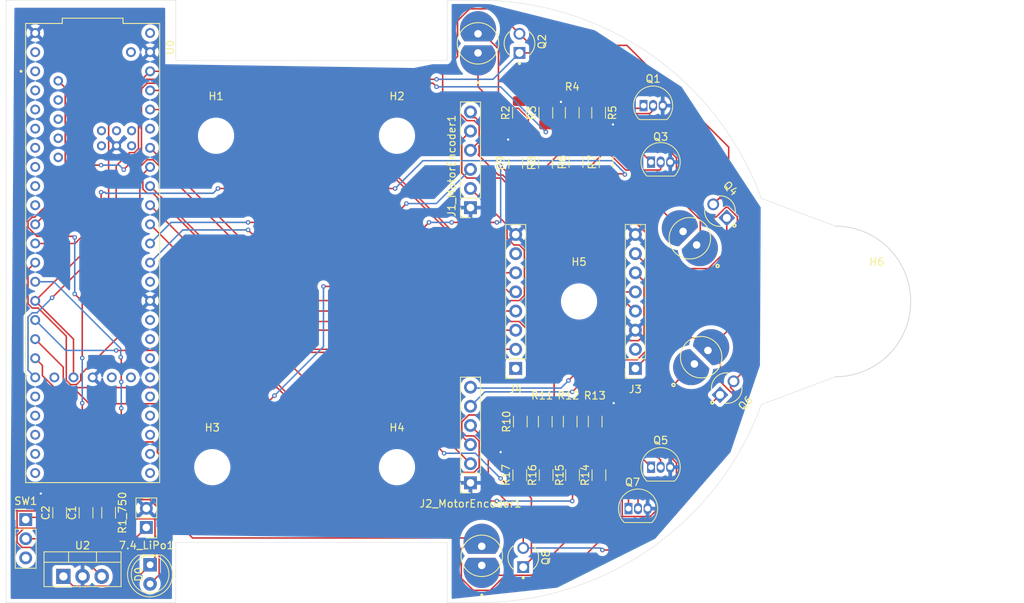
<source format=kicad_pcb>
(kicad_pcb (version 20241229) (generator "pcbnew") (generator_version "9.0")
  (layers (0 "F.Cu" signal) (2 "B.Cu" signal) (13 "F.Paste" user) (15 "B.Paste" user) (5 "F.SilkS" user "F.Silkscreen") (7 "B.SilkS" user "B.Silkscreen") (1 "F.Mask" user) (3 "B.Mask" user) (25 "Edge.Cuts" user))
  (net 0 "")
  (net 1 "GND")
  (net 2 "5V")
  (net 3 "Net-(D0-A)")
  (net 4 "Net-(D1-PadC)")
  (net 5 "Net-(D2-PadC)")
  (net 6 "Net-(D3-PadC)")
  (net 7 "Net-(D4-PadC)")
  (net 8 "Signal M1_B")
  (net 9 "M1_B")
  (net 10 "3.3V")
  (net 11 "M1_A")
  (net 12 "Signal M1_A")
  (net 13 "M2_A")
  (net 14 "Signal M2_A")
  (net 15 "M2_B")
  (net 16 "Signal M2_B")
  (net 18 "PWM M1_A")
  (net 20 "PWM M2_A")
  (net 22 "STBY")
  (net 23 "PWM M1_B")
  (net 24 "PWM M2_B")
  (net 25 "Net-(Q1-G)")
  (net 26 "Net-(Q1-D)")
  (net 27 "Receiver 1")
  (net 28 "Net-(Q3-D)")
  (net 29 "Net-(Q3-G)")
  (net 30 "Receiver 2")
  (net 31 "Net-(Q5-G)")
  (net 32 "Net-(Q5-D)")
  (net 33 "Receiver 3")
  (net 34 "Net-(Q7-G)")
  (net 35 "Net-(Q7-D)")
  (net 36 "Receiver 4")
  (net 37 "Net-(SW1-A)")
  (net 38 "Emitter 1")
  (net 39 "Emitter 2")
  (net 40 "Emitter 3")
  (net 41 "Emitter 4")
  (net 82 "Net-(7.4_LiPo1-+)")
  (net 83 "7.4V")
  (footprint "MountingHole:MountingHole_4.3mm_M4" (layer "F.Cu") (at 130.5 55)
    (property "Reference" "H6")
    (property "Value" "MountingHole")
  )
  (footprint "Resistor_SMD:R_1206_3216Metric_Pad1.30x1.75mm_HandSolder" (layer "F.Cu") (at 82.6 36.6 90)
    (property "Reference" "R9")
    (property "Value" "R_US")
  )
  (footprint "Connector_PinSocket_2.54mm:PinSocket_1x06_P2.54mm_Vertical" (layer "F.Cu") (at 76.6 79.08 180)
    (property "Reference" "J2_MotorEncoder1")
    (property "Value" "Conn_01x06")
  )
  (footprint "MountingHole:MountingHole_4.3mm_M4" (layer "F.Cu") (at 66.85 77)
    (property "Reference" "H4")
    (property "Value" "MountingHole")
  )
  (footprint "SFH_4545:DIO_SFH_4545" (layer "F.Cu") (at 77.6 20.73 90)
    (property "Reference" "D1" (hide yes))
    (property "Value" "SFH_4545")
  )
  (footprint "SFH_4545:DIO_SFH_4545" (layer "F.Cu") (at 105.701974 46.601974 135)
    (property "Reference" "D2" (hide yes))
    (property "Value" "SFH_4545")
  )
  (footprint "Capacitor_SMD:C_1206_3216Metric_Pad1.33x1.80mm_HandSolder" (layer "F.Cu") (at 25.6 83.0625 90)
    (property "Reference" "C1")
    (property "Value" "C 0.22uF")
  )
  (footprint "MountingHole:MountingHole_4.3mm_M4" (layer "F.Cu") (at 42.85 33)
    (property "Reference" "H1")
    (property "Value" "MountingHole")
  )
  (footprint "Resistor_SMD:R_1206_3216Metric_Pad1.30x1.75mm_HandSolder" (layer "F.Cu") (at 86.55 36.6 90)
    (property "Reference" "R8")
    (property "Value" "R_US")
  )
  (footprint "SFH_4545:DIO_SFH_4545" (layer "F.Cu") (at 78.1 88.77 90)
    (property "Reference" "D4" (hide yes))
    (property "Value" "SFH_4545")
  )
  (footprint "Resistor_SMD:R_1206_3216Metric_Pad1.30x1.75mm_HandSolder" (layer "F.Cu") (at 28.6 83.05 -90)
    (property "Reference" "R1_750")
    (property "Value" "R_US")
  )
  (footprint "Resistor_SMD:R_1206_3216Metric_Pad1.30x1.75mm_HandSolder" (layer "F.Cu") (at 90.1 29.95 90)
    (property "Reference" "R4")
    (property "Value" "R_US")
  )
  (footprint "Package_TO_SOT_THT:TO-92_Inline" (layer "F.Cu") (at 100.56 36.5)
    (property "Reference" "Q3")
    (property "Value" "BS170")
  )
  (footprint "Connector_PinSocket_2.54mm:PinSocket_1x08_P2.54mm_Vertical" (layer "F.Cu") (at 98.475 63.89 180)
    (property "Reference" "J3")
    (property "Value" "Conn_01x08")
  )
  (footprint "Resistor_SMD:R_1206_3216Metric_Pad1.30x1.75mm_HandSolder" (layer "F.Cu") (at 90.6 36.5 90)
    (property "Reference" "R6")
    (property "Value" "R_US")
  )
  (footprint "Package_TO_SOT_THT:TO-92_Inline" (layer "F.Cu") (at 97.56 82.5)
    (property "Reference" "Q7")
    (property "Value" "BS170")
  )
  (footprint "Resistor_SMD:R_1206_3216Metric_Pad1.30x1.75mm_HandSolder" (layer "F.Cu") (at 86.64 78.05 90)
    (property "Reference" "R16")
    (property "Value" "R_US")
  )
  (footprint "Package_TO_SOT_THT:TO-92_Inline" (layer "F.Cu") (at 100.56 77)
    (property "Reference" "Q5")
    (property "Value" "BS170")
  )
  (footprint "Resistor_SMD:R_1206_3216Metric_Pad1.30x1.75mm_HandSolder" (layer "F.Cu") (at 90.14 78.05 90)
    (property "Reference" "R15")
    (property "Value" "R_US")
  )
  (footprint "TEFT4300:XDCR_TEFT4300" (layer "F.Cu") (at 83.6 89 90)
    (property "Reference" "Q8")
    (property "Value" "TEFT4300")
  )
  (footprint "Package_TO_SOT_THT:TO-220-3_Vertical" (layer "F.Cu") (at 22.6 91.5)
    (property "Reference" "U2")
    (property "Value" "L7805")
  )
  (footprint "Resistor_SMD:R_1206_3216Metric_Pad1.30x1.75mm_HandSolder" (layer "F.Cu") (at 93.6 29.95 -90)
    (property "Reference" "R5")
    (property "Value" "R_US")
  )
  (footprint "Connector_PinSocket_2.54mm:PinSocket_1x06_P2.54mm_Vertical" (layer "F.Cu") (at 76.6 42.54 180)
    (property "Reference" "J1_MotorEncoder1")
    (property "Value" "Conn_01x06")
  )
  (footprint "MountingHole:MountingHole_4.3mm_M4" (layer "F.Cu") (at 42.35 77)
    (property "Reference" "H3")
    (property "Value" "MountingHole")
  )
  (footprint "Resistor_SMD:R_1206_3216Metric_Pad1.30x1.75mm_HandSolder" (layer "F.Cu") (at 89.83 70.95 90)
    (property "Reference" "R12")
    (property "Value" "R_US")
  )
  (footprint "Resistor_SMD:R_1206_3216Metric_Pad1.30x1.75mm_HandSolder" (layer "F.Cu") (at 93.64 78.05 90)
    (property "Reference" "R14")
    (property "Value" "R_US")
  )
  (footprint "MountingHole:MountingHole_4.3mm_M4" (layer "F.Cu") (at 91 55)
    (property "Reference" "H5")
    (property "Value" "MountingHole")
  )
  (footprint "LED_THT:LED_D5.0mm" (layer "F.Cu") (at 34.1 89.96 -90)
    (property "Reference" "D0")
    (property "Value" "LED")
  )
  (footprint "SFH_4545:DIO_SFH_4545" (layer "F.Cu") (at 107.201974 62.398026 45)
    (property "Reference" "D3" (hide yes))
    (property "Value" "SFH_4545")
  )
  (footprint "Package_TO_SOT_THT:TO-92_Inline" (layer "F.Cu") (at 99.56 29)
    (property "Reference" "Q1")
    (property "Value" "BS170")
  )
  (footprint "Resistor_SMD:R_1206_3216Metric_Pad1.30x1.75mm_HandSolder" (layer "F.Cu") (at 83.21 70.95 90)
    (property "Reference" "R10")
    (property "Value" "R_US")
  )
  (footprint "Resistor_SMD:R_1206_3216Metric_Pad1.30x1.75mm_HandSolder" (layer "F.Cu") (at 93.14 70.95 90)
    (property "Reference" "R13")
    (property "Value" "R_US")
  )
  (footprint "Connector_PinHeader_2.54mm:PinHeader_1x03_P2.54mm_Vertical" (layer "F.Cu") (at 17.6 83.96)
    (property "Reference" "SW1")
    (property "Value" "SW_SPDT")
  )
  (footprint "Connector_PinHeader_2.54mm:PinHeader_1x02_P2.54mm_Vertical" (layer "F.Cu") (at 33.6 85 180)
    (property "Reference" "7.4_LiPo1")
    (property "Value" "Battery")
  )
  (footprint "MountingHole:MountingHole_4.3mm_M4" (layer "F.Cu") (at 66.85 33)
    (property "Reference" "H2")
    (property "Value" "MountingHole")
  )
  (footprint "Resistor_SMD:R_1206_3216Metric_Pad1.30x1.75mm_HandSolder" (layer "F.Cu") (at 86.6 29.95 90)
    (property "Reference" "R3")
    (property "Value" "R_US")
  )
  (footprint "TEFT4300:XDCR_TEFT4300" (layer "F.Cu") (at 109.701974 43 135)
    (property "Reference" "Q4")
    (property "Value" "TEFT4300")
  )
  (footprint "Capacitor_SMD:C_1206_3216Metric_Pad1.33x1.80mm_HandSolder" (layer "F.Cu") (at 22.1 83.0625 90)
    (property "Reference" "C2")
    (property "Value" "C 0.1uF")
  )
  (footprint "DEV-16771:MODULE_DEV-16771" (layer "F.Cu") (at 26.48 48.57 -90)
    (property "Reference" "U0")
    (property "Value" "Teensy 4.1")
  )
  (footprint "TEFT4300:XDCR_TEFT4300" (layer "F.Cu") (at 83.1 20.73 90)
    (property "Reference" "Q2")
    (property "Value" "TEFT4300")
  )
  (footprint "Resistor_SMD:R_1206_3216Metric_Pad1.30x1.75mm_HandSolder" (layer "F.Cu") (at 94.6 36.5 90)
    (property "Reference" "R7")
    (property "Value" "R_US")
  )
  (footprint "Connector_PinSocket_2.54mm:PinSocket_1x08_P2.54mm_Vertical" (layer "F.Cu") (at 82.6 63.89 180)
    (property "Reference" "J4")
    (property "Value" "Conn_01x08")
  )
  (footprint "Resistor_SMD:R_1206_3216Metric_Pad1.30x1.75mm_HandSolder" (layer "F.Cu") (at 83.1 29.95 90)
    (property "Reference" "R2")
    (property "Value" "R_US")
  )
  (footprint "Resistor_SMD:R_1206_3216Metric_Pad1.30x1.75mm_HandSolder" (layer "F.Cu") (at 86.52 70.95 90)
    (property "Reference" "R11")
    (property "Value" "R_US")
  )
  (footprint "TEFT4300:XDCR_TEFT4300" (layer "F.Cu") (at 110.6 66.5 45)
    (property "Reference" "Q6")
    (property "Value" "TEFT4300")
  )
  (footprint "Resistor_SMD:R_1206_3216Metric_Pad1.30x1.75mm_HandSolder" (layer "F.Cu") (at 83.14 78.05 90)
    (property "Reference" "R17")
    (property "Value" "R_US")
  )
  (gr_line (start 115.187705 41.319194) (end 125 45) (stroke (width 0.05)) (layer "Edge.Cuts"))
  (gr_line (start 37.5 95) (end 37.5 87) (stroke (width 0.05)) (layer "Edge.Cuts"))
  (gr_arc (start 125 45) (mid 135 55) (end 125 65) (stroke (width 0.1)) (layer "Edge.Cuts"))
  (gr_line (start 73.5 15) (end 77.6 15) (stroke (width 0.05)) (layer "Edge.Cuts"))
  (gr_line (start 37.5 23) (end 73.5 23) (stroke (width 0.05)) (layer "Edge.Cuts"))
  (gr_line (start 15 15) (end 15 95) (stroke (width 0.05)) (layer "Edge.Cuts"))
  (gr_line (start 115.187705 68.680805) (end 125 65) (stroke (width 0.05)) (layer "Edge.Cuts"))
  (gr_arc (start 115.187705 68.680806) (mid 100.543057 87.766082) (end 77.6 95) (stroke (width 0.05)) (layer "Edge.Cuts"))
  (gr_line (start 73.5 95) (end 77.6 95) (stroke (width 0.05)) (layer "Edge.Cuts"))
  (gr_line (start 73.5 87) (end 73.5 95) (stroke (width 0.05)) (layer "Edge.Cuts"))
  (gr_line (start 15 15) (end 37.5 15) (stroke (width 0.05)) (layer "Edge.Cuts"))
  (gr_line (start 15 95) (end 37.5 95) (stroke (width 0.05)) (layer "Edge.Cuts"))
  (gr_line (start 37.5 15) (end 37.5 23) (stroke (width 0.05)) (layer "Edge.Cuts"))
  (gr_line (start 37.5 87) (end 73.5 87) (stroke (width 0.05)) (layer "Edge.Cuts"))
  (gr_line (start 73.5 23) (end 73.5 15) (stroke (width 0.05)) (layer "Edge.Cuts"))
  (gr_arc (start 77.6 15) (mid 100.543057 22.233918) (end 115.187705 41.319194) (stroke (width 0.05)) (layer "Edge.Cuts"))
  (segment (start 86.64 76.5) (end 83.14 76.5) (width 0.2) (layer "F.Cu") (net 1))
  (segment (start 20.6 81.5) (end 19.6 80.5) (width 0.2) (layer "F.Cu") (net 1))
  (segment (start 82.6 34.5) (end 81.6 33.5) (width 0.2) (layer "F.Cu") (net 1))
  (segment (start 86.55 35.05) (end 82.6 35.05) (width 0.2) (layer "F.Cu") (net 1))
  (segment (start 93.14 69.4) (end 94.7 69.4) (width 0.2) (layer "F.Cu") (net 1))
  (segment (start 93.6 31.5) (end 95.499 31.5) (width 0.2) (layer "F.Cu") (net 1))
  (segment (start 22.1 81.5) (end 20.6 81.5) (width 0.2) (layer "F.Cu") (net 1))
  (segment (start 88.7 28.4) (end 88.6 28.5) (width 0.2) (layer "F.Cu") (net 1))
  (segment (start 83.14 76.5) (end 82.1 76.5) (width 0.2) (layer "F.Cu") (net 1))
  (segment (start 25.6 81.5) (end 22.1 81.5) (width 0.2) (layer "F.Cu") (net 1))
  (segment (start 82.1 76.5) (end 80.6 75) (width 0.2) (layer "F.Cu") (net 1))
  (segment (start 82.6 35.05) (end 82.6 34.5) (width 0.2) (layer "F.Cu") (net 1))
  (segment (start 90.1 28.4) (end 88.7 28.4) (width 0.2) (layer "F.Cu") (net 1))
  (segment (start 102.1 29.12314) (end 102.1 29) (width 0.2) (layer "F.Cu") (net 1))
  (segment (start 89.83 69.4) (end 93.14 69.4) (width 0.2) (layer "F.Cu") (net 1))
  (segment (start 94.7 69.4) (end 95.6 68.5) (width 0.2) (layer "F.Cu") (net 1))
  (via (at 95.6 68.5) (size 0.6) (drill 0.3) (layers "F.Cu" "B.Cu") (net 1))
  (via (at 19.6 80.5) (size 0.6) (drill 0.3) (layers "F.Cu" "B.Cu") (net 1))
  (via (at 80.6 75) (size 0.6) (drill 0.3) (layers "F.Cu" "B.Cu") (net 1))
  (via (at 81.6 33.5) (size 0.6) (drill 0.3) (layers "F.Cu" "B.Cu") (net 1))
  (via (at 88.6 28.5) (size 0.6) (drill 0.3) (layers "F.Cu" "B.Cu") (net 1))
  (via (at 95.499 31.5) (size 0.6) (drill 0.3) (layers "F.Cu" "B.Cu") (net 1))
  (segment (start 23.831 87.651) (end 27.68 91.5) (width 0.2) (layer "F.Cu") (net 2))
  (segment (start 27.424 81.676) (end 26.291 82.809) (width 0.2) (layer "F.Cu") (net 2))
  (segment (start 85.374 38.78516) (end 86.58884 40) (width 0.2) (layer "F.Cu") (net 2))
  (segment (start 75.76103 87.5) (end 75.3885 87.87253) (width 0.2) (layer "F.Cu") (net 2))
  (segment (start 24.1 54) (end 25.1 55) (width 0.2) (layer "F.Cu") (net 2))
  (segment (start 21.614 85.111) (end 22.1 84.625) (width 0.2) (layer "F.Cu") (net 2))
  (segment (start 39.73386 86.399) (end 33.88386 80.549) (width 0.2) (layer "F.Cu") (net 2))
  (segment (start 76.999 86.399) (end 39.73386 86.399) (width 0.2) (layer "F.Cu") (net 2))
  (segment (start 107.692104 61.5) (end 107.896052 61.703948) (width 0.2) (layer "F.Cu") (net 2))
  (segment (start 21.91 25.71) (end 22.84 26.64) (width 0.2) (layer "F.Cu") (net 2))
  (segment (start 96.5679 83.952) (end 100.60824 83.952) (width 0.2) (layer "F.Cu") (net 2))
  (segment (start 110.724679 42.493939) (end 110.475321 42.493939) (width 0.2) (layer "F.Cu") (net 2))
  (segment (start 85.73884 33.598) (end 84.276 32.13516) (width 0.2) (layer "F.Cu") (net 2))
  (segment (start 27.424 80.86484) (end 27.424 81.676) (width 0.2) (layer "F.Cu") (net 2))
  (segment (start 25.1 55) (end 25.1 62.5) (width 0.2) (layer "F.Cu") (net 2))
  (segment (start 79.21803 93.351498) (end 80.8115 91.758028) (width 0.2) (layer "F.Cu") (net 2))
  (segment (start 99.1 40) (end 104.803948 45.703948) (width 0.2) (layer "F.Cu") (net 2))
  (segment (start 111.58012 67.48012) (end 109.6 69.46024) (width 0.2) (layer "F.Cu") (net 2))
  (segment (start 25.1 68.5) (end 25.1 78) (width 0.2) (layer "F.Cu") (net 2))
  (segment (start 25.1 78) (end 27.69442 80.59442) (width 0.2) (layer "F.Cu") (net 2))
  (segment (start 104.327 80.23324) (end 104.327 78.273) (width 0.2) (layer "F.Cu") (net 2))
  (segment (start 103.926 35.93286) (end 101.59114 33.598) (width 0.2) (layer "F.Cu") (net 2))
  (segment (start 33.88386 80.549) (end 27.73984 80.549) (width 0.2) (layer "F.Cu") (net 2))
  (segment (start 109.6 69.46024) (end 109.6 73) (width 0.2) (layer "F.Cu") (net 2))
  (segment (start 107.896052 61.703948) (end 112.004087 57.595913) (width 0.2) (layer "F.Cu") (net 2))
  (segment (start 88.761872 91.758028) (end 96.5679 83.952) (width 0.2) (layer "F.Cu") (net 2))
  (segment (start 24.1 46.5) (end 23.945 46.345) (width 0.2) (layer "F.Cu") (net 2))
  (segment (start 106.446098 59.846098) (end 108.1 61.5) (width 0.2) (layer "F.Cu") (net 2))
  (segment (start 85.68984 37.199) (end 85.374 37.51484) (width 0.2) (layer "F.Cu") (net 2))
  (segment (start 16.449 86.97676) (end 17.12324 87.651) (width 0.2) (layer "F.Cu") (net 2))
  (segment (start 103.926 40.076) (end 103.926 35.93286) (width 0.2) (layer "F.Cu") (net 2))
  (segment (start 86.53984 37.199) (end 85.68984 37.199) (width 0.2) (layer "F.Cu") (net 2))
  (segment (start 112.004087 57.595913) (end 112.004087 43.773347) (width 0.2) (layer "F.Cu") (net 2))
  (segment (start 108.1 61.5) (end 109.753902 63.153902) (width 0.2) (layer "F.Cu") (net 2))
  (segment (start 78.1 87.5) (end 76.999 86.399) (width 0.2) (layer "F.Cu") (net 2))
  (segment (start 16.449 82.809) (end 16.449 85.111) (width 0.2) (layer "F.Cu") (net 2))
  (segment (start 112.004087 43.773347) (end 110.724679 42.493939) (width 0.2) (layer "F.Cu") (net 2))
  (segment (start 18.464426 43.805) (end 17.905 44.364426) (width 0.2) (layer "F.Cu") (net 2))
  (segment (start 17.12324 87.651) (end 23.831 87.651) (width 0.2) (layer "F.Cu") (net 2))
  (segment (start 104.327 78.273) (end 109.6 73) (width 0.2) (layer "F.Cu") (net 2))
  (segment (start 78.290526 19.46) (end 77.6 19.46) (width 0.2) (layer "F.Cu") (net 2))
  (segment (start 84.276 32.13516) (end 84.276 30.676) (width 0.2) (layer "F.Cu") (net 2))
  (segment (start 17.36124 85.111) (end 16.449 86.02324) (width 0.2) (layer "F.Cu") (net 2))
  (segment (start 17.905 44.364426) (end 17.905 45.155574) (width 0.2) (layer "F.Cu") (net 2))
  (segment (start 85.374 37.51484) (end 85.374 38.78516) (width 0.2) (layer "F.Cu") (net 2))
  (segment (start 27.73984 80.549) (end 27.69442 80.59442) (width 0.2) (layer "F.Cu") (net 2))
  (segment (start 80.8115 91.758028) (end 88.761872 91.758028) (width 0.2) (layer "F.Cu") (net 2))
  (segment (start 16.449 85.111) (end 21.614 85.111) (width 0.2) (layer "F.Cu") (net 2))
  (segment (start 110.475321 42.493939) (end 109.195913 43.773347) (width 0.2) (layer "F.Cu") (net 2))
  (segment (start 22.84 26.64) (end 22.84 39.76) (width 0.2) (layer "F.Cu") (net 2))
  (segment (start 84.276 30.676) (end 82.951 29.351) (width 0.2) (layer "F.Cu") (net 2))
  (segment (start 75.3885 91.758028) (end 76.98197 93.351498) (width 0.2) (layer "F.Cu") (net 2))
  (segment (start 76.98197 93.351498) (end 79.21803 93.351498) (width 0.2) (layer "F.Cu") (net 2))
  (segment (start 75.3885 87.87253) (end 75.3885 91.758028) (width 0.2) (layer "F.Cu") (net 2))
  (segment (start 107.623347 43.773347) (end 103.926 40.076) (width 0.2) (layer "F.Cu") (net 2))
  (segment (start 21.614 85.111) (end 17.36124 85.111) (width 0.2) (layer "F.Cu") (net 2))
  (segment (start 102.518902 59.846098) (end 106.446098 59.846098) (width 0.2) (layer "F.Cu") (net 2))
  (segment (start 82.951 29.351) (end 82.23984 29.351) (width 0.2) (layer "F.Cu") (net 2))
  (segment (start 90.14084 33.598) (end 85.73884 33.598) (width 0.2) (layer "F.Cu") (net 2))
  (segment (start 101.59114 33.598) (end 90.14084 33.598) (width 0.2) (layer "F.Cu") (net 2))
  (segment (start 109.195913 43.773347) (end 107.623347 43.773347) (width 0.2) (layer "F.Cu") (net 2))
  (segment (start 16.449 86.02324) (end 16.449 86.97676) (width 0.2) (layer "F.Cu") (net 2))
  (segment (start 78.1 87.5) (end 75.76103 87.5) (width 0.2) (layer "F.Cu") (net 2))
  (segment (start 22.84 39.76) (end 18.795 43.805) (width 0.2) (layer "F.Cu") (net 2))
  (segment (start 86.58884 40) (end 99.1 40) (width 0.2) (layer "F.Cu") (net 2))
  (segment (start 82.23984 29.351) (end 80.3115 27.42266) (width 0.2) (layer "F.Cu") (net 2))
  (segment (start 80.3115 27.42266) (end 80.3115 21.480974) (width 0.2) (layer "F.Cu") (net 2))
  (segment (start 27.69442 80.59442) (end 27.424 80.86484) (width 0.2) (layer "F.Cu") (net 2))
  (segment (start 98.475 63.89) (end 102.518902 59.846098) (width 0.2) (layer "F.Cu") (net 2))
  (segment (start 17.905 45.155574) (end 19.094426 46.345) (width 0.2) (layer "F.Cu") (net 2))
  (segment (start 108.22747 59.7885) (end 108.6 60.16103) (width 0.2) (layer "F.Cu") (net 2))
  (segment (start 18.795 43.805) (end 18.464426 43.805) (width 0.2) (layer "F.Cu") (net 2))
  (segment (start 19.094426 46.345) (end 23.945 46.345) (width 0.2) (layer "F.Cu") (net 2))
  (segment (start 80.3115 21.480974) (end 78.290526 19.46) (width 0.2) (layer "F.Cu") (net 2))
  (segment (start 90.14084 33.598) (end 86.53984 37.199) (width 0.2) (layer "F.Cu") (net 2))
  (segment (start 109.753902 65.653902) (end 111.58012 67.48012) (width 0.2) (layer "F.Cu") (net 2))
  (segment (start 100.60824 83.952) (end 104.327 80.23324) (width 0.2) (layer "F.Cu") (net 2))
  (segment (start 109.753902 63.153902) (end 109.753902 65.653902) (width 0.2) (layer "F.Cu") (net 2))
  (segment (start 26.291 82.809) (end 16.449 82.809) (width 0.2) (layer "F.Cu") (net 2))
  (via (at 24.1 46.5) (size 0.6) (drill 0.3) (layers "F.Cu" "B.Cu") (net 2))
  (via (at 25.1 62.5) (size 0.6) (drill 0.3) (layers "F.Cu" "B.Cu") (net 2))
  (via (at 25.1 68.5) (size 0.6) (drill 0.3) (layers "F.Cu" "B.Cu") (net 2))
  (via (at 24.1 54) (size 0.6) (drill 0.3) (layers "F.Cu" "B.Cu") (net 2))
  (segment (start 24.1 46.5) (end 24.1 54) (width 0.2) (layer "B.Cu") (net 2))
  (segment (start 76.999 86.399) (end 78.1 87.5) (width 0.2) (layer "B.Cu") (net 2))
  (segment (start 25.1 62.5) (end 25.1 68.5) (width 0.2) (layer "B.Cu") (net 2))
  (segment (start 31.891 81.309) (end 34.07676 81.309) (width 0.2) (layer "F.Cu") (net 3))
  (segment (start 28.6 84.6) (end 31.891 81.309) (width 0.2) (layer "F.Cu") (net 3))
  (segment (start 34.07676 81.309) (end 35.301 82.53324) (width 0.2) (layer "F.Cu") (net 3))
  (segment (start 35.301 91.299) (end 34.1 92.5) (width 0.2) (layer "F.Cu") (net 3))
  (segment (start 35.301 82.53324) (end 35.301 91.299) (width 0.2) (layer "F.Cu") (net 3))
  (segment (start 82.6 31.5) (end 83.1 31.5) (width 0.2) (layer "F.Cu") (net 4))
  (segment (start 77.6 26.5) (end 82.6 31.5) (width 0.2) (layer "F.Cu") (net 4))
  (segment (start 77.6 22) (end 77.6 26.5) (width 0.2) (layer "F.Cu") (net 4))
  (segment (start 102.434641 39.5) (end 92.05 39.5) (width 0.2) (layer "F.Cu") (net 5))
  (segment (start 92.05 39.5) (end 90.6 38.05) (width 0.2) (layer "F.Cu") (net 5))
  (segment (start 106.6 47.5) (end 107.088259 47.011741) (width 0.2) (layer "F.Cu") (net 5))
  (segment (start 107.088259 47.011741) (end 107.088259 44.153618) (width 0.2) (layer "F.Cu") (net 5))
  (segment (start 107.088259 44.153618) (end 102.434641 39.5) (width 0.2) (layer "F.Cu") (net 5))
  (segment (start 88.1 72.41884) (end 90.16784 70.351) (width 0.2) (layer "F.Cu") (net 6))
  (segment (start 90.16784 70.351) (end 99.249 70.351) (width 0.2) (layer "F.Cu") (net 6))
  (segment (start 84.21 73.5) (end 88.1 73.5) (width 0.2) (layer "F.Cu") (net 6))
  (segment (start 99.249 70.351) (end 106.06 63.54) (width 0.2) (layer "F.Cu") (net 6))
  (segment (start 83.21 72.5) (end 84.21 73.5) (width 0.2) (layer "F.Cu") (net 6))
  (segment (start 88.1 73.5) (end 88.1 72.41884) (width 0.2) (layer "F.Cu") (net 6))
  (segment (start 79.411 91.351) (end 84.749 91.351) (width 0.2) (layer "F.Cu") (net 7))
  (segment (start 78.1 90.04) (end 79.411 91.351) (width 0.2) (layer "F.Cu") (net 7))
  (segment (start 84.749 91.351) (end 93.64 82.46) (width 0.2) (layer "F.Cu") (net 7))
  (segment (start 93.64 82.46) (end 93.64 79.6) (width 0.2) (layer "F.Cu") (net 7))
  (segment (start 65.6 44.5) (end 68.1 42) (width 0.2) (layer "F.Cu") (net 8))
  (segment (start 47.1 44.5) (end 65.6 44.5) (width 0.2) (layer "F.Cu") (net 8))
  (via (at 68.1 42) (size 0.6) (drill 0.3) (layers "F.Cu" "B.Cu") (net 8))
  (via (at 47.1 44.5) (size 0.6) (drill 0.3) (layers "F.Cu" "B.Cu") (net 8))
  (segment (start 36.9 44.5) (end 47.1 44.5) (width 0.2) (layer "B.Cu") (net 8))
  (segment (start 72.06 42) (end 76.6 37.46) (width 0.2) (layer "B.Cu") (net 8))
  (segment (start 34.1 47.3) (end 36.9 44.5) (width 0.2) (layer "B.Cu") (net 8))
  (segment (start 68.1 42) (end 72.06 42) (width 0.2) (layer "B.Cu") (net 8))
  (segment (start 81.424 38.78516) (end 81.73984 39.101) (width 0.2) (layer "F.Cu") (net 9))
  (segment (start 78.152 31.4849) (end 78.152 33.9351) (width 0.2) (layer "F.Cu") (net 9))
  (segment (start 76.6 29.84) (end 76.6 30.59) (width 0.2) (layer "F.Cu") (net 9))
  (segment (start 81.424 38.7569) (end 81.424 38.78516) (width 0.2) (layer "F.Cu") (net 9))
  (segment (start 78.152 33.9351) (end 77.69743 34.38967) (width 0.2) (layer "F.Cu") (net 9))
  (segment (start 80.31 38.21) (end 80.8771 38.21) (width 0.2) (layer "F.Cu") (net 9))
  (segment (start 77.751 34.44324) (end 77.751 35.39676) (width 0.2) (layer "F.Cu") (net 9))
  (segment (start 77.69743 34.38967) (end 77.751 34.44324) (width 0.2) (layer "F.Cu") (net 9))
  (segment (start 80.8771 38.21) (end 81.424 38.7569) (width 0.2) (layer "F.Cu") (net 9))
  (segment (start 81.73984 39.101) (end 82.201 39.101) (width 0.2) (layer "F.Cu") (net 9))
  (segment (start 77.2571 30.59) (end 78.152 31.4849) (width 0.2) (layer "F.Cu") (net 9))
  (segment (start 76.6 30.59) (end 77.2571 30.59) (width 0.2) (layer "F.Cu") (net 9))
  (segment (start 96.83 53.73) (end 98.475 53.73) (width 0.2) (layer "F.Cu") (net 9))
  (segment (start 77.751 35.39676) (end 77.62388 35.52388) (width 0.2) (layer "F.Cu") (net 9))
  (segment (start 82.201 39.101) (end 96.83 53.73) (width 0.2) (layer "F.Cu") (net 9))
  (segment (start 77.62388 35.52388) (end 80.31 38.21) (width 0.2) (layer "F.Cu") (net 9))
  (segment (start 109.583948 41.321974) (end 108.803948 42.101974) (width 0.2) (layer "F.Cu") (net 10))
  (segment (start 23.94 60) (end 23.94 65.08) (width 0.2) (layer "F.Cu") (net 10))
  (segment (start 110.119814 41.321974) (end 109.583948 41.321974) (width 0.2) (layer "F.Cu") (net 10))
  (segment (start 112.87 64.23) (end 111.498026 65.601974) (width 0.2) (layer "F.Cu") (net 10))
  (segment (start 111.1 72.904024) (end 111.1 68.52734) (width 0.2) (layer "F.Cu") (net 10))
  (segment (start 34.1 24.44) (end 28.6 29.94) (width 0.2) (layer "F.Cu") (net 10))
  (segment (start 111.98112 67.64622) (end 111.98112 67.31402) (width 0.2) (layer "F.Cu") (net 10))
  (segment (start 99.651024 84.353) (end 100.77434 84.353) (width 0.2) (layer "F.Cu") (net 10))
  (segment (start 100.77434 84.353) (end 104.728 80.39934) (width 0.2) (layer "F.Cu") (net 10))
  (segment (start 78.961 73.821) (end 78.961 79.139) (width 0.2) (layer "F.Cu") (net 10))
  (segment (start 97.35 21) (end 84.64 21) (width 0.2) (layer "F.Cu") (net 10))
  (segment (start 83.6 83.778) (end 78.961 79.139) (width 0.2) (layer "F.Cu") (net 10))
  (segment (start 76.6 71.46) (end 78.961 73.821) (width 0.2) (layer "F.Cu") (net 10))
  (segment (start 74.8885 17.741972) (end 76.48197 16.148502) (width 0.2) (layer "F.Cu") (net 10))
  (segment (start 94.1 88) (end 96.004024 88) (width 0.2) (layer "F.Cu") (net 10))
  (segment (start 96.004024 88) (end 99.651024 84.353) (width 0.2) (layer "F.Cu") (net 10))
  (segment (start 77.751 31.651) (end 77.091 30.991) (width 0.2) (layer "F.Cu") (net 10))
  (segment (start 111.1 68.52734) (end 111.98112 67.64622) (width 0.2) (layer "F.Cu") (net 10))
  (segment (start 111.98112 67.31402) (end 111.1 66.4329) (width 0.2) (layer "F.Cu") (net 10))
  (segment (start 110.85 40.055922) (end 110.85 34.5) (width 0.2) (layer "F.Cu") (net 10))
  (segment (start 110.85 34.5) (end 97.35 21) (width 0.2) (layer "F.Cu") (net 10))
  (segment (start 72.909942 27.777702) (end 72.909942 24.44) (width 0.2) (layer "F.Cu") (net 10))
  (segment (start 79.788502 16.148502) (end 83.1 19.46) (width 0.2) (layer "F.Cu") (net 10))
  (segment (start 72.909942 24.44) (end 74.8885 22.461442) (width 0.2) (layer "F.Cu") (net 10))
  (segment (start 111.1 66) (end 111.498026 65.601974) (width 0.2) (layer "F.Cu") (net 10))
  (segment (start 76.6 34.92) (end 77.751 33.769) (width 0.2) (layer "F.Cu") (net 10))
  (segment (start 83.6 87.73) (end 83.6 83.778) (width 0.2) (layer "F.Cu") (net 10))
  (segment (start 34.1 24.44) (end 72.909942 24.44) (width 0.2) (layer "F.Cu") (net 10))
  (segment (start 104.728 79.276024) (end 111.1 72.904024) (width 0.2) (layer "F.Cu") (net 10))
  (segment (start 28.6 45.18) (end 18.86 54.92) (width 0.2) (layer "F.Cu") (net 10))
  (segment (start 112.87 44.07216) (end 110.119814 41.321974) (width 0.2) (layer "F.Cu") (net 10))
  (segment (start 76.48197 16.148502) (end 79.788502 16.148502) (width 0.2) (layer "F.Cu") (net 10))
  (segment (start 77.091 30.991) (end 76.12324 30.991) (width 0.2) (layer "F.Cu") (net 10))
  (segment (start 74.8885 22.461442) (end 74.8885 17.741972) (width 0.2) (layer "F.Cu") (net 10))
  (segment (start 77.751 33.769) (end 77.751 31.651) (width 0.2) (layer "F.Cu") (net 10))
  (segment (start 108.803948 42.101974) (end 110.85 40.055922) (width 0.2) (layer "F.Cu") (net 10))
  (segment (start 104.728 80.39934) (end 104.728 79.276024) (width 0.2) (layer "F.Cu") (net 10))
  (segment (start 18.86 54.92) (end 23.94 60) (width 0.2) (layer "F.Cu") (net 10))
  (segment (start 111.1 66.4329) (end 111.1 66) (width 0.2) (layer "F.Cu") (net 10))
  (segment (start 84.64 21) (end 83.1 19.46) (width 0.2) (layer "F.Cu") (net 10))
  (segment (start 28.6 29.94) (end 28.6 45.18) (width 0.2) (layer "F.Cu") (net 10))
  (segment (start 76.12324 30.991) (end 72.909942 27.777702) (width 0.2) (layer "F.Cu") (net 10))
  (segment (start 112.87 44.07216) (end 112.87 64.23) (width 0.2) (layer "F.Cu") (net 10))
  (via (at 94.1 88) (size 0.6) (drill 0.3) (layers "F.Cu" "B.Cu") (net 10))
  (segment (start 83.6 87.73) (end 93.83 87.73) (width 0.2) (layer "B.Cu") (net 10))
  (segment (start 93.83 87.73) (end 94.1 88) (width 0.2) (layer "B.Cu") (net 10))
  (segment (start 98.37 56.27) (end 98.475 56.27) (width 0.2) (layer "F.Cu") (net 11))
  (segment (start 76.6 32.38) (end 75.449 33.531) (width 0.2) (layer "F.Cu") (net 11))
  (segment (start 81.023 38.923) (end 81.023 38.95126) (width 0.2) (layer "F.Cu") (net 11))
  (segment (start 81.602 39.502) (end 98.37 56.27) (width 0.2) (layer "F.Cu") (net 11))
  (segment (start 80.711 38.611) (end 81.023 38.923) (width 0.2) (layer "F.Cu") (net 11))
  (segment (start 75.449 33.531) (end 75.449 37.93676) (width 0.2) (layer "F.Cu") (net 11))
  (segment (start 76.12324 38.611) (end 80.711 38.611) (width 0.2) (layer "F.Cu") (net 11))
  (segment (start 81.57374 39.502) (end 81.602 39.502) (width 0.2) (layer "F.Cu") (net 11))
  (segment (start 75.449 37.93676) (end 76.12324 38.611) (width 0.2) (layer "F.Cu") (net 11))
  (segment (start 81.023 38.95126) (end 81.57374 39.502) (width 0.2) (layer "F.Cu") (net 11))
  (segment (start 56.481 54.881) (end 47.1 45.5) (width 0.2) (layer "F.Cu") (net 12))
  (segment (start 83.751 54.20676) (end 83.07676 54.881) (width 0.2) (layer "F.Cu") (net 12))
  (segment (start 83.07676 47.499) (end 83.751 48.17324) (width 0.2) (layer "F.Cu") (net 12))
  (segment (start 83.07676 54.881) (end 56.481 54.881) (width 0.2) (layer "F.Cu") (net 12))
  (segment (start 81.449 44.849) (end 81.449 46.58676) (width 0.2) (layer "F.Cu") (net 12))
  (segment (start 81.449 46.58676) (end 82.36124 47.499) (width 0.2) (layer "F.Cu") (net 12))
  (segment (start 82.36124 47.499) (end 83.07676 47.499) (width 0.2) (layer "F.Cu") (net 12))
  (segment (start 76.6 40) (end 81.449 44.849) (width 0.2) (layer "F.Cu") (net 12))
  (segment (start 83.751 48.17324) (end 83.751 54.20676) (width 0.2) (layer "F.Cu") (net 12))
  (via (at 47.1 45.5) (size 0.6) (drill 0.3) (layers "F.Cu" "B.Cu") (net 12))
  (segment (start 38.44 45.5) (end 47.1 45.5) (width 0.2) (layer "B.Cu") (net 12))
  (segment (start 34.1 49.84) (end 38.44 45.5) (width 0.2) (layer "B.Cu") (net 12))
  (segment (start 98.71376 62.739) (end 94.361 62.739) (width 0.2) (layer "F.Cu") (net 13))
  (segment (start 100.027 50.202) (end 100.027 61.42576) (width 0.2) (layer "F.Cu") (net 13))
  (segment (start 94.361 62.739) (end 90.1 67) (width 0.2) (layer "F.Cu") (net 13))
  (segment (start 100.027 61.42576) (end 98.71376 62.739) (width 0.2) (layer "F.Cu") (net 13))
  (segment (start 98.475 48.65) (end 100.027 50.202) (width 0.2) (layer "F.Cu") (net 13))
  (via (at 90.1 67) (size 0.6) (drill 0.3) (layers "F.Cu" "B.Cu") (net 13))
  (segment (start 78.52 67) (end 90.1 67) (width 0.2) (layer "B.Cu") (net 13))
  (segment (start 76.6 68.92) (end 78.52 67) (width 0.2) (layer "B.Cu") (net 13))
  (segment (start 61.34 72) (end 34.1 44.76) (width 0.2) (layer "F.Cu") (net 14))
  (segment (start 72.06 72) (end 61.34 72) (width 0.2) (layer "F.Cu") (net 14))
  (segment (start 76.6 76.54) (end 72.06 72) (width 0.2) (layer "F.Cu") (net 14))
  (segment (start 99.626 52.341) (end 99.626 59.474) (width 0.2) (layer "F.Cu") (net 15))
  (segment (start 94.901 60.199) (end 89.6 65.5) (width 0.2) (layer "F.Cu") (net 15))
  (segment (start 98.901 60.199) (end 94.901 60.199) (width 0.2) (layer "F.Cu") (net 15))
  (segment (start 98.475 51.19) (end 99.626 52.341) (width 0.2) (layer "F.Cu") (net 15))
  (segment (start 89.6 65.5) (end 89.85 65.25) (width 0.2) (layer "F.Cu") (net 15))
  (segment (start 99.626 59.474) (end 98.901 60.199) (width 0.2) (layer "F.Cu") (net 15))
  (via (at 89.6 65.5) (size 0.6) (drill 0.3) (layers "F.Cu" "B.Cu") (net 15))
  (segment (start 88.6 66.5) (end 89.6 65.5) (width 0.2) (layer "B.Cu") (net 15))
  (segment (start 76.72 66.5) (end 88.6 66.5) (width 0.2) (layer "B.Cu") (net 15))
  (segment (start 76.6 66.38) (end 76.72 66.5) (width 0.2) (layer "B.Cu") (net 15))
  (segment (start 53.631 61.751) (end 64.351 61.751) (width 0.2) (layer "F.Cu") (net 16))
  (segment (start 34.1 42.22) (end 53.631 61.751) (width 0.2) (layer "F.Cu") (net 16))
  (segment (start 64.351 61.751) (end 76.6 74) (width 0.2) (layer "F.Cu") (net 16))
  (segment (start 82.6 58.81) (end 53.23 58.81) (width 0.2) (layer "F.Cu") (net 18))
  (segment (start 53.23 58.81) (end 34.1 39.68) (width 0.2) (layer "F.Cu") (net 18))
  (segment (start 81.670316 53.73) (end 82.6 53.73) (width 0.2) (layer "F.Cu") (net 20))
  (segment (start 34.1 29.52) (end 57.460316 29.52) (width 0.2) (layer "F.Cu") (net 20))
  (segment (start 57.460316 29.52) (end 81.670316 53.73) (width 0.2) (layer "F.Cu") (net 20))
  (segment (start 55.77 56.27) (end 34.1 34.6) (width 0.2) (layer "F.Cu") (net 22))
  (segment (start 82.6 56.27) (end 55.77 56.27) (width 0.2) (layer "F.Cu") (net 22))
  (segment (start 33.145 40.075574) (end 33.704426 40.635) (width 0.2) (layer "F.Cu") (net 23))
  (segment (start 33.704426 40.635) (end 34.4879 40.635) (width 0.2) (layer "F.Cu") (net 23))
  (segment (start 55.2029 61.35) (end 82.6 61.35) (width 0.2) (layer "F.Cu") (net 23))
  (segment (start 34.4879 40.635) (end 55.2029 61.35) (width 0.2) (layer "F.Cu") (net 23))
  (segment (start 33.145 38.095) (end 33.145 40.075574) (width 0.2) (layer "F.Cu") (net 23))
  (segment (start 34.1 37.14) (end 33.145 38.095) (width 0.2) (layer "F.Cu") (net 23))
  (segment (start 55.487416 26.98) (end 79.697416 51.19) (width 0.2) (layer "F.Cu") (net 24))
  (segment (start 79.697416 51.19) (end 82.6 51.19) (width 0.2) (layer "F.Cu") (net 24))
  (segment (start 34.1 26.98) (end 55.487416 26.98) (width 0.2) (layer "F.Cu") (net 24))
  (segment (start 90.1 31.5) (end 91.549 30.051) (width 0.2) (layer "F.Cu") (net 25))
  (segment (start 86.6 28.4) (end 87 28.4) (width 0.2) (layer "F.Cu") (net 25))
  (segment (start 100.83 29.607) (end 100.83 29) (width 0.2) (layer "F.Cu") (net 25))
  (segment (start 87 28.4) (end 90.1 31.5) (width 0.2) (layer "F.Cu") (net 25))
  (segment (start 91.549 30.051) (end 100.386 30.051) (width 0.2) (layer "F.Cu") (net 25))
  (segment (start 100.386 30.051) (end 100.83 29.607) (width 0.2) (layer "F.Cu") (net 25))
  (segment (start 92.424 28.824) (end 91.049 27.449) (width 0.2) (layer "F.Cu") (net 26))
  (segment (start 92.73984 29.351) (end 92.424 29.03516) (width 0.2) (layer "F.Cu") (net 26))
  (segment (start 99.56 29) (end 99.209 29.351) (width 0.2) (layer "F.Cu") (net 26))
  (segment (start 91.049 27.449) (end 84.051 27.449) (width 0.2) (layer "F.Cu") (net 26))
  (segment (start 99.209 29.351) (end 92.73984 29.351) (width 0.2) (layer "F.Cu") (net 26))
  (segment (start 92.424 29.03516) (end 92.424 28.824) (width 0.2) (layer "F.Cu") (net 26))
  (segment (start 84.051 27.449) (end 83.1 28.4) (width 0.2) (layer "F.Cu") (net 26))
  (segment (start 72.1 25.5) (end 33.6071 25.5) (width 0.2) (layer "F.Cu") (net 27))
  (segment (start 32.555 34.704864) (end 32.024864 35.235) (width 0.2) (layer "F.Cu") (net 27))
  (segment (start 83.1 22) (end 87.2 22) (width 0.2) (layer "F.Cu") (net 27))
  (segment (start 33.6071 25.5) (end 32.555 26.5521) (width 0.2) (layer "F.Cu") (net 27))
  (segment (start 87.2 22) (end 93.6 28.4) (width 0.2) (layer "F.Cu") (net 27))
  (segment (start 31.365 35.235) (end 29.6 37) (width 0.2) (layer "F.Cu") (net 27))
  (segment (start 32.555 26.5521) (end 32.555 34.704864) (width 0.2) (layer "F.Cu") (net 27))
  (segment (start 32.024864 35.235) (end 31.365 35.235) (width 0.2) (layer "F.Cu") (net 27))
  (segment (start 29.6 37) (end 29.6 46) (width 0.2) (layer "F.Cu") (net 27))
  (segment (start 29.6 46) (end 21.1 54.5) (width 0.2) (layer "F.Cu") (net 27))
  (via (at 72.1 25.5) (size 0.6) (drill 0.3) (layers "F.Cu" "B.Cu") (net 27))
  (via (at 21.1 54.5) (size 0.6) (drill 0.3) (layers "F.Cu" "B.Cu") (net 27))
  (segment (start 79.6 25.5) (end 72.1 25.5) (width 0.2) (layer "B.Cu") (net 27))
  (segment (start 18.464426 56.505) (end 17.905 57.064426) (width 0.2) (layer "B.Cu") (net 27))
  (segment (start 17.905 64.125) (end 18.86 65.08) (width 0.2) (layer "B.Cu") (net 27))
  (segment (start 19.095 56.505) (end 18.464426 56.505) (width 0.2) (layer "B.Cu") (net 27))
  (segment (start 21.1 54.5) (end 19.095 56.505) (width 0.2) (layer "B.Cu") (net 27))
  (segment (start 83.1 22) (end 79.6 25.5) (width 0.2) (layer "B.Cu") (net 27))
  (segment (start 17.905 57.064426) (end 17.905 64.125) (width 0.2) (layer "B.Cu") (net 27))
  (segment (start 98.059 33.999) (end 100.56 36.5) (width 0.2) (layer "F.Cu") (net 28))
  (segment (start 90.6 34.95) (end 91.551 33.999) (width 0.2) (layer "F.Cu") (net 28))
  (segment (start 91.551 33.999) (end 98.059 33.999) (width 0.2) (layer "F.Cu") (net 28))
  (segment (start 101.83 36.5) (end 101.83 37.45) (width 0.2) (layer "F.Cu") (net 29))
  (segment (start 101.83 37.45) (end 101.729 37.551) (width 0.2) (layer "F.Cu") (net 29))
  (segment (start 87.601 37.099) (end 92.451 37.099) (width 0.2) (layer "F.Cu") (net 29))
  (segment (start 101.729 37.551) (end 97.201 37.551) (width 0.2) (layer "F.Cu") (net 29))
  (segment (start 97.201 37.551) (end 94.6 34.95) (width 0.2) (layer "F.Cu") (net 29))
  (segment (start 92.451 37.099) (end 94.6 34.95) (width 0.2) (layer "F.Cu") (net 29))
  (segment (start 86.55 38.15) (end 87.601 37.099) (width 0.2) (layer "F.Cu") (net 29))
  (segment (start 50.6 67.5) (end 49.525 68.575) (width 0.2) (layer "F.Cu") (net 30))
  (segment (start 81.75 38.15) (end 80.6 37) (width 0.2) (layer "F.Cu") (net 30))
  (segment (start 19.815 64.845574) (end 19.815 63.495) (width 0.2) (layer "F.Cu") (net 30))
  (segment (start 62.6 53) (end 57.1 53) (width 0.2) (layer "F.Cu") (net 30))
  (segment (start 24.449943 67) (end 21.969426 67) (width 0.2) (layer "F.Cu") (net 30))
  (segment (start 110.6 48.183168) (end 108.15102 50.632148) (width 0.2) (layer "F.Cu") (net 30))
  (segment (start 71.1 44.5) (end 62.6 53) (width 0.2) (layer "F.Cu") (net 30))
  (segment (start 96.99276 43) (end 88.1671 43) (width 0.2) (layer "F.Cu") (net 30))
  (segment (start 21.969426 67) (end 19.815 64.845574) (width 0.2) (layer "F.Cu") (net 30))
  (segment (start 26.024943 68.575) (end 24.449943 67) (width 0.2) (layer "F.Cu") (net 30))
  (segment (start 110.6 43.898026) (end 110.6 48.183168) (width 0.2) (layer "F.Cu") (net 30))
  (segment (start 83.852 39.402) (end 82.6 38.15) (width 0.2) (layer "F.Cu") (net 30))
  (segment (start 108.15102 50.632148) (end 104.624908 50.632148) (width 0.2) (layer "F.Cu") (net 30))
  (segment (start 74.1 44.5) (end 80.1 44.5) (width 0.2) (layer "F.Cu") (net 30))
  (segment (start 84.5691 39.402) (end 83.852 39.402) (width 0.2) (layer "F.Cu") (net 30))
  (segment (start 104.624908 50.632148) (end 96.99276 43) (width 0.2) (layer "F.Cu") (net 30))
  (segment (start 88.1671 43) (end 84.5691 39.402) (width 0.2) (layer "F.Cu") (net 30))
  (segment (start 82.6 38.15) (end 81.75 38.15) (width 0.2) (layer "F.Cu") (net 30))
  (segment (start 49.525 68.575) (end 26.024943 68.575) (width 0.2) (layer "F.Cu") (net 30))
  (segment (start 19.815 63.495) (end 18.86 62.54) (width 0.2) (layer "F.Cu") (net 30))
  (via (at 71.1 44.5) (size 0.6) (drill 0.3) (layers "F.Cu" "B.Cu") (net 30))
  (via (at 80.1 44.5) (size 0.6) (drill 0.3) (layers "F.Cu" "B.Cu") (net 30))
  (via (at 57.1 53) (size 0.6) (drill 0.3) (layers "F.Cu" "B.Cu") (net 30))
  (via (at 50.6 67.5) (size 0.6) (drill 0.3) (layers "F.Cu" "B.Cu") (net 30))
  (via (at 80.6 37) (size 0.6) (drill 0.3) (layers "F.Cu" "B.Cu") (net 30))
  (via (at 74.1 44.5) (size 0.6) (drill 0.3) (layers "F.Cu" "B.Cu") (net 30))
  (segment (start 80.6 37) (end 80.6 44.5) (width 0.2) (layer "B.Cu") (net 30))
  (segment (start 57.1 53) (end 57.1 61) (width 0.2) (layer "B.Cu") (net 30))
  (segment (start 57.1 61) (end 50.6 67.5) (width 0.2) (layer "B.Cu") (net 30))
  (segment (start 80.6 44.5) (end 80.1 44.5) (width 0.2) (layer "B.Cu") (net 30))
  (segment (start 74.1 44.5) (end 71.1 44.5) (width 0.2) (layer "B.Cu") (net 30))
  (segment (start 82.34984 71.549) (end 82.034 71.86484) (width 0.2) (layer "F.Cu") (net 31))
  (segment (start 87.83 74.5) (end 89.83 72.5) (width 0.2) (layer "F.Cu") (net 31))
  (segment (start 83.39884 74.5) (end 87.83 74.5) (width 0.2) (layer "F.Cu") (net 31))
  (segment (start 82.034 71.86484) (end 82.034 73.13516) (width 0.2) (layer "F.Cu") (net 31))
  (segment (start 85.7429 69.4) (end 83.5939 71.549) (width 0.2) (layer "F.Cu") (net 31))
  (segment (start 101.83 76.05) (end 99.231 73.451) (width 0.2) (layer "F.Cu") (net 31))
  (segment (start 99.231 73.451) (end 90.781 73.451) (width 0.2) (layer "F.Cu") (net 31))
  (segment (start 101.83 77) (end 101.83 76.05) (width 0.2) (layer "F.Cu") (net 31))
  (segment (start 86.52 69.4) (end 85.7429 69.4) (width 0.2) (layer "F.Cu") (net 31))
  (segment (start 83.5939 71.549) (end 82.34984 71.549) (width 0.2) (layer "F.Cu") (net 31))
  (segment (start 90.781 73.451) (end 89.83 72.5) (width 0.2) (layer "F.Cu") (net 31))
  (segment (start 82.034 73.13516) (end 83.39884 74.5) (width 0.2) (layer "F.Cu") (net 31))
  (segment (start 100.56 77) (end 98.56 75) (width 0.2) (layer "F.Cu") (net 32))
  (segment (start 81.633 73.30126) (end 81.633 70.977) (width 0.2) (layer "F.Cu") (net 32))
  (segment (start 81.633 70.977) (end 83.21 69.4) (width 0.2) (layer "F.Cu") (net 32))
  (segment (start 98.56 75) (end 83.33174 75) (width 0.2) (layer "F.Cu") (net 32))
  (segment (start 83.33174 75) (end 81.633 73.30126) (width 0.2) (layer "F.Cu") (net 32))
  (segment (start 77.83564 70.071) (end 83.16564 75.401) (width 0.2) (layer "F.Cu") (net 33))
  (segment (start 76.36124 70.071) (end 77.83564 70.071) (width 0.2) (layer "F.Cu") (net 33))
  (segment (start 77.751 73.52324) (end 77.07676 72.849) (width 0.2) (layer "F.Cu") (net 33))
  (segment (start 77.751 77.01676) (end 77.751 73.52324) (width 0.2) (layer "F.Cu") (net 33))
  (segment (start 89.3561 77.451) (end 94.0239 77.451) (width 0.2) (layer "F.Cu") (net 33))
  (segment (start 103.926 76.43286) (end 99.99314 72.5) (width 0.2) (layer "F.Cu") (net 33))
  (segment (start 77.07676 72.849) (end 76.0161 72.849) (width 0.2) (layer "F.Cu") (net 33))
  (segment (start 87.0239 78.649) (end 85.77984 78.649) (width 0.2) (layer "F.Cu") (net 33))
  (segment (start 68.591584 81.101) (end 72.001584 77.691) (width 0.2) (layer "F.Cu") (net 33))
  (segment (start 50.943416 66.436) (end 65.608416 81.101) (width 0.2) (layer "F.Cu") (net 33))
  (segment (start 104.6 72.5) (end 109.701974 67.398026) (width 0.2) (layer "F.Cu") (net 33))
  (segment (start 77.07676 77.691) (end 77.751 77.01676) (width 0.2) (layer "F.Cu") (net 33))
  (segment (start 87.6561 75.401) (end 88.964 76.7089) (width 0.2) (layer "F.Cu") (net 33))
  (segment (start 87.816 78.9911) (end 89.3561 77.451) (width 0.2) (layer "F.Cu") (net 33))
  (segment (start 83.16564 75.401) (end 87.6561 75.401) (width 0.2) (layer "F.Cu") (net 33))
  (segment (start 85.77984 78.649) (end 85.464 78.96484) (width 0.2) (layer "F.Cu") (net 33))
  (segment (start 88.964 76.7089) (end 87.0239 78.649) (width 0.2) (layer "F.Cu") (net 33))
  (segment (start 85.77984 80.551) (end 87.50016 80.551) (width 0.2) (layer "F.Cu") (net 33))
  (segment (start 96.734 80.1611) (end 96.734 83.551) (width 0.2) (layer "F.Cu") (net 33))
  (segment (start 85.464 80.23516) (end 85.77984 80.551) (width 0.2) (layer "F.Cu") (net 33))
  (segment (start 22.584 63.724) (end 22.584 65.641674) (width 0.2) (layer "F.Cu") (net 33))
  (segment (start 18.86 60) (end 22.584 63.724) (width 0.2) (layer "F.Cu") (net 33))
  (segment (start 65.608416 81.101) (end 68.591584 81.101) (width 0.2) (layer "F.Cu") (net 33))
  (segment (start 22.584 65.641674) (end 23.378326 66.436) (width 0.2) (layer "F.Cu") (net 33))
  (segment (start 103.926 80.06714) (end 103.926 76.43286) (width 0.2) (layer "F.Cu") (net 33))
  (segment (start 87.816 80.23516) (end 87.816 78.9911) (width 0.2) (layer "F.Cu") (net 33))
  (segment (start 75.449 70.98324) (end 76.36124 70.071) (width 0.2) (layer "F.Cu") (net 33))
  (segment (start 75.449 72.2819) (end 75.449 70.98324) (width 0.2) (layer "F.Cu") (net 33))
  (segment (start 94.0239 77.451) (end 96.734 80.1611) (width 0.2) (layer "F.Cu") (net 33))
  (segment (start 96.734 83.551) (end 100.44214 83.551) (width 0.2) (layer "F.Cu") (net 33))
  (segment (start 100.44214 83.551) (end 103.926 80.06714) (width 0.2) (layer "F.Cu") (net 33))
  (segment (start 72.001584 77.691) (end 77.07676 77.691) (width 0.2) (layer "F.Cu") (net 33))
  (segment (start 23.378326 66.436) (end 50.943416 66.436) (width 0.2) (layer "F.Cu") (net 33))
  (segment (start 93.14 72.5) (end 104.6 72.5) (width 0.2) (layer "F.Cu") (net 33))
  (segment (start 76.0161 72.849) (end 75.449 72.2819) (width 0.2) (layer "F.Cu") (net 33))
  (segment (start 85.464 78.96484) (end 85.464 80.23516) (width 0.2) (layer "F.Cu") (net 33))
  (segment (start 87.50016 80.551) (end 87.816 80.23516) (width 0.2) (layer "F.Cu") (net 33))
  (segment (start 99.99314 72.5) (end 93.14 72.5) (width 0.2) (layer "F.Cu") (net 33))
  (segment (start 98.83 82.5) (end 98.83 79.87884) (width 0.2) (layer "F.Cu") (net 34))
  (segment (start 89.74 76.5) (end 86.64 79.6) (width 0.2) (layer "F.Cu") (net 34))
  (segment (start 90.14 76.5) (end 89.74 76.5) (width 0.2) (layer "F.Cu") (net 34))
  (segment (start 94.50016 75.549) (end 91.091 75.549) (width 0.2) (layer "F.Cu") (net 34))
  (segment (start 98.83 79.87884) (end 94.50016 75.549) (width 0.2) (layer "F.Cu") (net 34))
  (segment (start 91.091 75.549) (end 90.14 76.5) (width 0.2) (layer "F.Cu") (net 34))
  (segment (start 97.56 82.5) (end 97.56 80.42) (width 0.2) (layer "F.Cu") (net 35))
  (segment (start 97.56 80.42) (end 93.64 76.5) (width 0.2) (layer "F.Cu") (net 35))
  (segment (start 46.574516 61.5) (end 29.6 61.5) (width 0.2) (layer "F.Cu") (net 36))
  (segment (start 81.7 79.6) (end 80.6 78.5) (width 0.2) (layer "F.Cu") (net 36))
  (segment (start 83.14 79.6) (end 81.7 79.6) (width 0.2) (layer "F.Cu") (net 36))
  (segment (start 83.6 90.27) (end 84.681 89.189) (width 0.2) (layer "F.Cu") (net 36))
  (segment (start 73.1 75.151) (end 71.848 73.899) (width 0.2) (layer "F.Cu") (net 36))
  (segment (start 84.681 81.141) (end 83.14 79.6) (width 0.2) (layer "F.Cu") (net 36))
  (segment (start 58.973516 73.899) (end 46.574516 61.5) (width 0.2) (layer "F.Cu") (net 36))
  (segment (start 84.681 89.189) (end 84.681 81.141) (width 0.2) (layer "F.Cu") (net 36))
  (segment (start 71.848 73.899) (end 58.973516 73.899) (width 0.2) (layer "F.Cu") (net 36))
  (via (at 73.1 75.151) (size 0.6) (drill 0.3) (layers "F.Cu" "B.Cu") (net 36))
  (via (at 80.6 78.5) (size 0.6) (drill 0.3) (layers "F.Cu" "B.Cu") (net 36))
  (via (at 29.6 61.5) (size 0.6) (drill 0.3) (layers "F.Cu" "B.Cu") (net 36))
  (segment (start 22.9 61.5) (end 18.86 57.46) (width 0.2) (layer "B.Cu") (net 36))
  (segment (start 77.251 75.151) (end 73.1 75.151) (width 0.2) (layer "B.Cu") (net 36))
  (segment (start 80.6 78.5) (end 77.251 75.151) (width 0.2) (layer "B.Cu") (net 36))
  (segment (start 73.1 75.151) (end 72.949 75.151) (width 0.2) (layer "B.Cu") (net 36))
  (segment (start 29.6 61.5) (end 22.9 61.5) (width 0.2) (layer "B.Cu") (net 36))
  (segment (start 17.6 83.96) (end 17.8985 83.6615) (width 0.2) (layer "F.Cu") (net 37))
  (segment (start 17.8985 83.6615) (end 26.4385 83.6615) (width 0.2) (layer "F.Cu") (net 37))
  (segment (start 26.4385 83.6615) (end 28.6 81.5) (width 0.2) (layer "F.Cu") (net 37))
  (segment (start 26.721 36.899) (end 18.86 44.76) (width 0.2) (layer "F.Cu") (net 38))
  (segment (start 27.6 36.899) (end 26.721 36.899) (width 0.2) (layer "F.Cu") (net 38))
  (segment (start 86.6 31.5) (end 86.6 32.5) (width 0.2) (layer "F.Cu") (net 38))
  (segment (start 71.625 26.025) (end 33.704426 26.025) (width 0.2) (layer "F.Cu") (net 38))
  (segment (start 72.1 26.5) (end 71.625 26.025) (width 0.2) (layer "F.Cu") (net 38))
  (segment (start 32.956 35.144) (end 30.6 37.5) (width 0.2) (layer "F.Cu") (net 38))
  (segment (start 33.704426 26.025) (end 32.956 26.773426) (width 0.2) (layer "F.Cu") (net 38))
  (segment (start 32.956 26.773426) (end 32.956 35.144) (width 0.2) (layer "F.Cu") (net 38))
  (via (at 86.6 32.5) (size 0.6) (drill 0.3) (layers "F.Cu" "B.Cu") (net 38))
  (via (at 72.1 26.5) (size 0.6) (drill 0.3) (layers "F.Cu" "B.Cu") (net 38))
  (via (at 27.6 36.899) (size 0.6) (drill 0.3) (layers "F.Cu" "B.Cu") (net 38))
  (via (at 30.6 37.5) (size 0.6) (drill 0.3) (layers "F.Cu" "B.Cu") (net 38))
  (segment (start 80.6 26.5) (end 72.1 26.5) (width 0.2) (layer "B.Cu") (net 38))
  (segment (start 29.999 36.899) (end 27.6 36.899) (width 0.2) (layer "B.Cu") (net 38))
  (segment (start 30.6 37.5) (end 29.999 36.899) (width 0.2) (layer "B.Cu") (net 38))
  (segment (start 86.6 32.5) (end 80.6 26.5) (width 0.2) (layer "B.Cu") (net 38))
  (segment (start 66.6 40) (end 43.1 40) (width 0.2) (layer "F.Cu") (net 39))
  (segment (start 27.6 43.849943) (end 24.149943 47.3) (width 0.2) (layer "F.Cu") (net 39))
  (segment (start 96.992896 38.05) (end 94.6 38.05) (width 0.2) (layer "F.Cu") (net 39))
  (segment (start 97.081971 38.139075) (end 96.992896 38.05) (width 0.2) (layer "F.Cu") (net 39))
  (segment (start 24.149943 47.3) (end 18.86 47.3) (width 0.2) (layer "F.Cu") (net 39))
  (segment (start 27.6 40.5) (end 27.6 43.849943) (width 0.2) (layer "F.Cu") (net 39))
  (via (at 43.1 40) (size 0.6) (drill 0.3) (layers "F.Cu" "B.Cu") (net 39))
  (via (at 97.081971 38.139075) (size 0.6) (drill 0.3) (layers "F.Cu" "B.Cu") (net 39))
  (via (at 27.6 40.5) (size 0.6) (drill 0.3) (layers "F.Cu" "B.Cu") (net 39))
  (via (at 66.6 40) (size 0.6) (drill 0.3) (layers "F.Cu" "B.Cu") (net 39))
  (segment (start 97.081971 37.981971) (end 95.409 36.309) (width 0.2) (layer "B.Cu") (net 39))
  (segment (start 27.6 40.5) (end 28.1 40.5) (width 0.2) (layer "B.Cu") (net 39))
  (segment (start 97.081971 38.139075) (end 97.081971 37.981971) (width 0.2) (layer "B.Cu") (net 39))
  (segment (start 28.235 40.635) (end 42.465 40.635) (width 0.2) (layer "B.Cu") (net 39))
  (segment (start 28.1 40.5) (end 28.235 40.635) (width 0.2) (layer "B.Cu") (net 39))
  (segment (start 42.465 40.635) (end 43.1 40) (width 0.2) (layer "B.Cu") (net 39))
  (segment (start 95.409 36.309) (end 70.291 36.309) (width 0.2) (layer "B.Cu") (net 39))
  (segment (start 70.291 36.309) (end 66.6 40) (width 0.2) (layer "B.Cu") (net 39))
  (segment (start 23.544426 66.035) (end 22.985 65.475574) (width 0.2) (layer "F.Cu") (net 40))
  (segment (start 17.905 55.315574) (end 17.905 50.795) (width 0.2) (layer "F.Cu") (net 40))
  (segment (start 24.335574 66.035) (end 23.544426 66.035) (width 0.2) (layer "F.Cu") (net 40))
  (segment (start 24.895 65.475574) (end 24.335574 66.035) (width 0.2) (layer "F.Cu") (net 40))
  (segment (start 32.744 56.835426) (end 24.895 64.684426) (width 0.2) (layer "F.Cu") (net 40))
  (segment (start 86.52 72.5) (end 87.696 71.324) (width 0.2) (layer "F.Cu") (net 40))
  (segment (start 24.895 64.684426) (end 24.895 65.475574) (width 0.2) (layer "F.Cu") (net 40))
  (segment (start 32.744 37.145426) (end 32.744 56.835426) (width 0.2) (layer "F.Cu") (net 40))
  (segment (start 87.696 62.27824) (end 83.07676 57.659) (width 0.2) (layer "F.Cu") (net 40))
  (segment (start 18.464426 55.875) (end 17.905 55.315574) (width 0.2) (layer "F.Cu") (net 40))
  (segment (start 17.905 50.795) (end 18.86 49.84) (width 0.2) (layer "F.Cu") (net 40))
  (segment (start 33.704426 36.185) (end 32.744 37.145426) (width 0.2) (layer "F.Cu") (net 40))
  (segment (start 83.07676 57.659) (end 55.969574 57.659) (width 0.2) (layer "F.Cu") (net 40))
  (segment (start 22.985 65.475574) (end 22.985 59.6121) (width 0.2) (layer "F.Cu") (net 40))
  (segment (start 22.985 59.6121) (end 19.2479 55.875) (width 0.2) (layer "F.Cu") (net 40))
  (segment (start 55.969574 57.659) (end 34.495574 36.185) (width 0.2) (layer "F.Cu") (net 40))
  (segment (start 87.696 71.324) (end 87.696 62.27824) (width 0.2) (layer "F.Cu") (net 40))
  (segment (start 34.495574 36.185) (end 33.704426 36.185) (width 0.2) (layer "F.Cu") (net 40))
  (segment (start 19.2479 55.875) (end 18.464426 55.875) (width 0.2) (layer "F.Cu") (net 40))
  (segment (start 30.274265 69.175) (end 30.274265 70.674265) (width 0.2) (layer "F.Cu") (net 41))
  (segment (start 30.274265 70.674265) (end 33.255 73.655) (width 0.2) (layer "F.Cu") (net 41))
  (segment (start 34.495574 73.655) (end 35.055 74.214426) (width 0.2) (layer "F.Cu") (net 41))
  (segment (start 90.14 81.46) (end 90.1 81.5) (width 0.2) (layer "F.Cu") (net 41))
  (segment (start 33.255 73.655) (end 34.495574 73.655) (width 0.2) (layer "F.Cu") (net 41))
  (segment (start 35.055 74.214426) (end 35.055 75.047584) (width 0.2) (layer "F.Cu") (net 41))
  (segment (start 30.201 62.399) (end 30.274265 62.472265) (width 0.2) (layer "F.Cu") (net 41))
  (segment (start 80.098 81.502) (end 80.1 81.5) (width 0.2) (layer "F.Cu") (net 41))
  (segment (start 35.055 75.047584) (end 41.509416 81.502) (width 0.2) (layer "F.Cu") (net 41))
  (segment (start 30.274265 62.472265) (end 30.274265 65.674265) (width 0.2) (layer "F.Cu") (net 41))
  (segment (start 41.509416 81.502) (end 80.098 81.502) (width 0.2) (layer "F.Cu") (net 41))
  (segment (start 90.14 79.6) (end 90.14 81.46) (width 0.2) (layer "F.Cu") (net 41))
  (via (at 80.1 81.5) (size 0.6) (drill 0.3) (layers "F.Cu" "B.Cu") (net 41))
  (via (at 30.201 62.399) (size 0.6) (drill 0.3) (layers "F.Cu" "B.Cu") (net 41))
  (via (at 90.1 81.5) (size 0.6) (drill 0.3) (layers "F.Cu" "B.Cu") (net 41))
  (via (at 30.274265 65.674265) (size 0.6) (drill 0.3) (layers "F.Cu" "B.Cu") (net 41))
  (via (at 30.274265 69.175) (size 0.6) (drill 0.3) (layers "F.Cu" "B.Cu") (net 41))
  (segment (start 30.201 61.251057) (end 30.201 62.399) (width 0.2) (layer "B.Cu") (net 41))
  (segment (start 21.329943 52.38) (end 30.201 61.251057) (width 0.2) (layer "B.Cu") (net 41))
  (segment (start 90.1 81.5) (end 80.1 81.5) (width 0.2) (layer "B.Cu") (net 41))
  (segment (start 18.86 52.38) (end 21.329943 52.38) (width 0.2) (layer "B.Cu") (net 41))
  (segment (start 30.274265 69.175) (end 30.274265 65.674265) (width 0.2) (layer "B.Cu") (net 41))
  (segment (start 17.6 86.5) (end 32.1 86.5) (width 0.2) (layer "F.Cu") (net 82))
  (segment (start 32.1 86.5) (end 33.6 85) (width 0.2) (layer "F.Cu") (net 82))
  (segment (start 34.1 89.96) (end 34.751 89.309) (width 0.2) (layer "F.Cu") (net 83))
  (segment (start 26.975 86) (end 25.6 84.625) (width 0.2) (layer "F.Cu") (net 83))
  (segment (start 23.901 92.801) (end 31.259 92.801) (width 0.2) (layer "F.Cu") (net 83))
  (segment (start 34.751 89.309) (end 34.751 83.849) (width 0.2) (layer "F.Cu") (net 83))
  (segment (start 32.291 83.849) (end 30.14 86) (width 0.2) (layer "F.Cu") (net 83))
  (segment (start 34.751 83.849) (end 32.291 83.849) (width 0.2) (layer "F.Cu") (net 83))
  (segment (start 30.14 86) (end 26.975 86) (width 0.2) (layer "F.Cu") (net 83))
  (segment (start 31.259 92.801) (end 34.1 89.96) (width 0.2) (layer "F.Cu") (net 83))
  (segment (start 22.6 91.5) (end 23.901 92.801) (width 0.2) (layer "F.Cu") (net 83))
  (zone (net 1) (net_name "GND") (layer "B.Cu") (connect_pads (clearance 0.5)) (min_thickness 0.25) (fill yes (thermal_gap 0.5) (thermal_bridge_width 0.5))
    (polygon (pts (xy 111.1 75) (xy 115 63.5) (xy 115.1 42.5) (xy 104.6 26.5) (xy 93.1 19) (xy 79.1 15.5) (xy 74.1 15.5) (xy 74.1 23) (xy 69.1 24) (xy 36.1 23.5) (xy 36.1 16) (xy 16.1 16) (xy 15.6 80) (xy 15.6 94.5) (xy 37.1 94.5) (xy 37.1 86) (xy 74.1 86.5) (xy 74.1 94.5) (xy 88.1 93) (xy 101.1 86.5)))
  )
)
</source>
